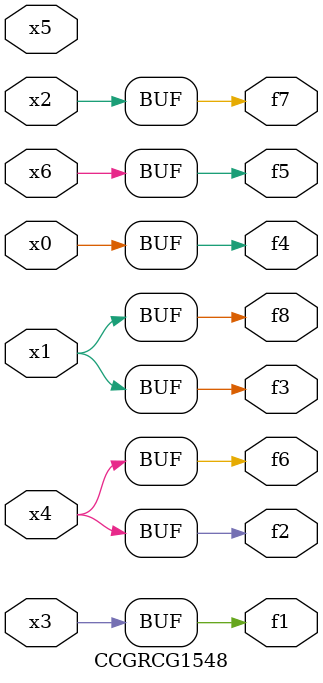
<source format=v>
module CCGRCG1548(
	input x0, x1, x2, x3, x4, x5, x6,
	output f1, f2, f3, f4, f5, f6, f7, f8
);
	assign f1 = x3;
	assign f2 = x4;
	assign f3 = x1;
	assign f4 = x0;
	assign f5 = x6;
	assign f6 = x4;
	assign f7 = x2;
	assign f8 = x1;
endmodule

</source>
